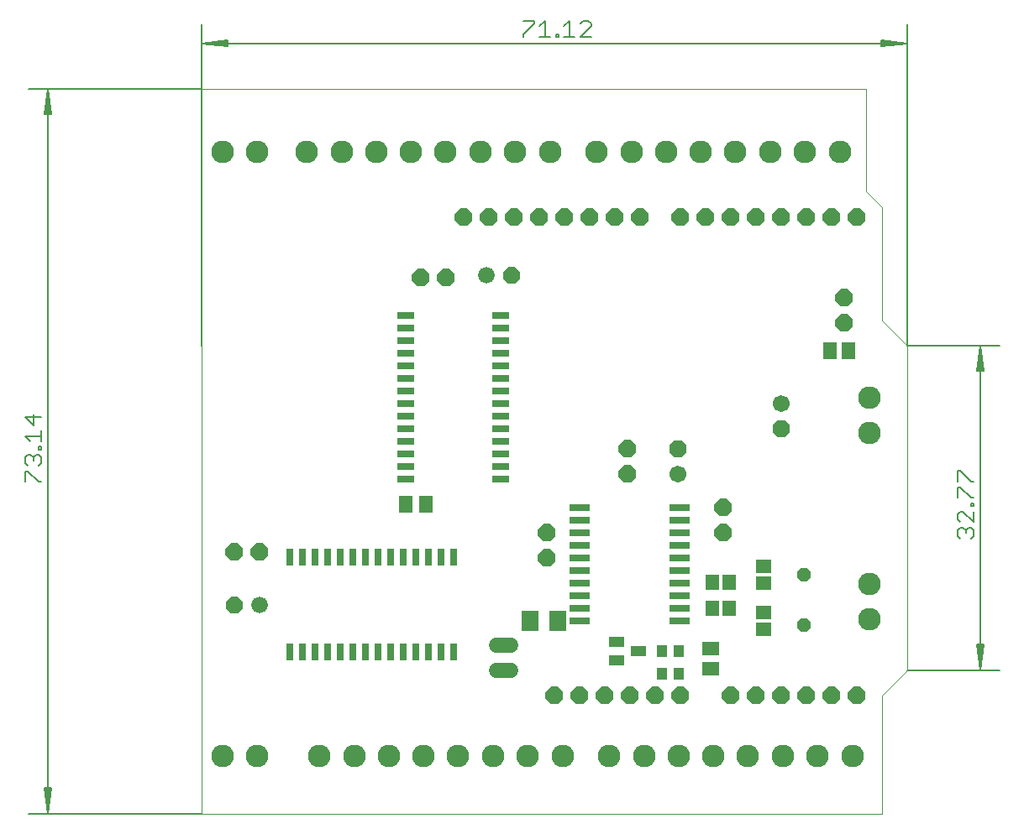
<source format=gts>
G75*
G70*
%OFA0B0*%
%FSLAX24Y24*%
%IPPOS*%
%LPD*%
%AMOC8*
5,1,8,0,0,1.08239X$1,22.5*
%
%ADD10C,0.0000*%
%ADD11C,0.0051*%
%ADD12C,0.0060*%
%ADD13R,0.0840X0.0300*%
%ADD14C,0.0900*%
%ADD15OC8,0.0700*%
%ADD16OC8,0.0670*%
%ADD17C,0.0670*%
%ADD18R,0.0631X0.0552*%
%ADD19R,0.0552X0.0631*%
%ADD20OC8,0.0560*%
%ADD21R,0.0709X0.0296*%
%ADD22R,0.0296X0.0709*%
%ADD23OC8,0.0660*%
%ADD24C,0.0660*%
%ADD25R,0.0552X0.0670*%
%ADD26R,0.0670X0.0827*%
%ADD27R,0.0434X0.0473*%
%ADD28R,0.0670X0.0552*%
%ADD29R,0.0591X0.0434*%
%ADD30C,0.0600*%
D10*
X007360Y000754D02*
X007360Y029550D01*
X033730Y029550D01*
X033730Y025484D01*
X034360Y024854D01*
X034360Y020354D01*
X035360Y019354D01*
X035360Y006454D01*
X034360Y005454D01*
X034360Y000754D01*
X007360Y000754D01*
D11*
X000492Y000754D01*
X001260Y000754D02*
X001362Y001778D01*
X001385Y001778D02*
X001260Y000754D01*
X001157Y001778D01*
X001134Y001778D02*
X001385Y001778D01*
X001311Y001778D02*
X001260Y000754D01*
X001208Y001778D01*
X001134Y001778D02*
X001260Y000754D01*
X001260Y029550D01*
X001362Y028527D01*
X001385Y028527D02*
X001260Y029550D01*
X001157Y028527D01*
X001134Y028527D02*
X001385Y028527D01*
X001311Y028527D02*
X001260Y029550D01*
X001208Y028527D01*
X001134Y028527D02*
X001260Y029550D01*
X000492Y029550D02*
X007360Y029550D01*
X007360Y031354D02*
X008383Y031252D01*
X008383Y031228D02*
X007360Y031354D01*
X008383Y031456D01*
X008383Y031480D02*
X008383Y031228D01*
X008383Y031303D02*
X007360Y031354D01*
X008383Y031405D01*
X008383Y031480D02*
X007360Y031354D01*
X035360Y031354D01*
X034336Y031252D01*
X034336Y031228D02*
X035360Y031354D01*
X034336Y031456D01*
X034336Y031480D02*
X034336Y031228D01*
X034336Y031303D02*
X035360Y031354D01*
X034336Y031405D01*
X034336Y031480D02*
X035360Y031354D01*
X035360Y032122D02*
X035360Y019354D01*
X039027Y019354D01*
X038260Y019354D02*
X038362Y018330D01*
X038385Y018330D02*
X038134Y018330D01*
X038260Y019354D01*
X038157Y018330D01*
X038208Y018330D02*
X038260Y019354D01*
X038311Y018330D01*
X038385Y018330D02*
X038260Y019354D01*
X038260Y006454D01*
X038362Y007478D01*
X038385Y007478D02*
X038134Y007478D01*
X038260Y006454D01*
X038157Y007478D01*
X038208Y007478D02*
X038260Y006454D01*
X038311Y007478D01*
X038385Y007478D02*
X038260Y006454D01*
X039027Y006454D02*
X035360Y006454D01*
X007360Y019354D02*
X007360Y032122D01*
D12*
X020137Y032251D02*
X020564Y032251D01*
X020564Y032144D01*
X020137Y031717D01*
X020137Y031610D01*
X020781Y031610D02*
X021208Y031610D01*
X020995Y031610D02*
X020995Y032251D01*
X020781Y032037D01*
X021426Y031717D02*
X021533Y031717D01*
X021533Y031610D01*
X021426Y031610D01*
X021426Y031717D01*
X021748Y031610D02*
X022175Y031610D01*
X021962Y031610D02*
X021962Y032251D01*
X021748Y032037D01*
X022393Y032144D02*
X022499Y032251D01*
X022713Y032251D01*
X022820Y032144D01*
X022820Y032037D01*
X022393Y031610D01*
X022820Y031610D01*
X037363Y014364D02*
X037470Y014364D01*
X037897Y013937D01*
X038003Y013937D01*
X037470Y013720D02*
X037897Y013293D01*
X038003Y013293D01*
X038003Y013077D02*
X038003Y012970D01*
X037897Y012970D01*
X037897Y013077D01*
X038003Y013077D01*
X038003Y012753D02*
X038003Y012326D01*
X037576Y012753D01*
X037470Y012753D01*
X037363Y012646D01*
X037363Y012433D01*
X037470Y012326D01*
X037470Y012108D02*
X037576Y012108D01*
X037683Y012002D01*
X037790Y012108D01*
X037897Y012108D01*
X038003Y012002D01*
X038003Y011788D01*
X037897Y011681D01*
X037683Y011895D02*
X037683Y012002D01*
X037470Y012108D02*
X037363Y012002D01*
X037363Y011788D01*
X037470Y011681D01*
X037363Y013293D02*
X037363Y013720D01*
X037470Y013720D01*
X037363Y013937D02*
X037363Y014364D01*
X001003Y014681D02*
X000897Y014574D01*
X001003Y014681D02*
X001003Y014894D01*
X000897Y015001D01*
X000790Y015001D01*
X000683Y014894D01*
X000683Y014787D01*
X000683Y014894D02*
X000576Y015001D01*
X000470Y015001D01*
X000363Y014894D01*
X000363Y014681D01*
X000470Y014574D01*
X000470Y014356D02*
X000897Y013929D01*
X001003Y013929D01*
X000363Y013929D02*
X000363Y014356D01*
X000470Y014356D01*
X000897Y015218D02*
X000897Y015325D01*
X001003Y015325D01*
X001003Y015218D01*
X000897Y015218D01*
X001003Y015541D02*
X001003Y015968D01*
X001003Y015754D02*
X000363Y015754D01*
X000576Y015541D01*
X000683Y016185D02*
X000683Y016612D01*
X000363Y016506D02*
X000683Y016185D01*
X001003Y016506D02*
X000363Y016506D01*
D13*
X022380Y012904D03*
X022380Y012404D03*
X022380Y011904D03*
X022380Y011404D03*
X022380Y010904D03*
X022380Y010404D03*
X022380Y009904D03*
X022380Y009404D03*
X022380Y008904D03*
X022380Y008404D03*
X026340Y008404D03*
X026340Y008904D03*
X026340Y009404D03*
X026340Y009904D03*
X026340Y010404D03*
X026340Y010904D03*
X026340Y011404D03*
X026340Y011904D03*
X026340Y012404D03*
X026340Y012904D03*
D14*
X033860Y015885D03*
X033860Y017263D03*
X033860Y009863D03*
X033860Y008485D03*
X033182Y003054D03*
X031804Y003054D03*
X030426Y003054D03*
X029048Y003054D03*
X027671Y003054D03*
X026293Y003054D03*
X024915Y003054D03*
X023537Y003054D03*
X021682Y003054D03*
X020304Y003054D03*
X018926Y003054D03*
X017548Y003054D03*
X016171Y003054D03*
X014793Y003054D03*
X013415Y003054D03*
X012037Y003054D03*
X009568Y003054D03*
X008190Y003054D03*
X008190Y027054D03*
X009568Y027054D03*
X011537Y027054D03*
X012915Y027054D03*
X014293Y027054D03*
X015671Y027054D03*
X017048Y027054D03*
X018426Y027054D03*
X019804Y027054D03*
X021182Y027054D03*
X023037Y027054D03*
X024415Y027054D03*
X025793Y027054D03*
X027171Y027054D03*
X028548Y027054D03*
X029926Y027054D03*
X031304Y027054D03*
X032682Y027054D03*
D15*
X032360Y024454D03*
X031360Y024454D03*
X030360Y024454D03*
X029360Y024454D03*
X028360Y024454D03*
X027360Y024454D03*
X026360Y024454D03*
X024760Y024454D03*
X023760Y024454D03*
X022760Y024454D03*
X021760Y024454D03*
X020760Y024454D03*
X019760Y024454D03*
X018760Y024454D03*
X017760Y024454D03*
X017060Y022054D03*
X016060Y022054D03*
X024260Y015254D03*
X024260Y014254D03*
X021060Y011904D03*
X021060Y010904D03*
X021360Y005454D03*
X022360Y005454D03*
X023360Y005454D03*
X024360Y005454D03*
X025360Y005454D03*
X026360Y005454D03*
X028360Y005454D03*
X029360Y005454D03*
X030360Y005454D03*
X031360Y005454D03*
X032360Y005454D03*
X033360Y005454D03*
X028060Y011904D03*
X028060Y012904D03*
X032860Y020254D03*
X032860Y021254D03*
X033360Y024454D03*
X009660Y011154D03*
X008660Y011154D03*
D16*
X026260Y015254D03*
X030360Y016054D03*
D17*
X030360Y017054D03*
X026260Y014254D03*
D18*
X029660Y010589D03*
X029660Y009919D03*
X029660Y008739D03*
X029660Y008069D03*
D19*
X028294Y008904D03*
X027625Y008904D03*
X027625Y009954D03*
X028294Y009954D03*
D20*
X031260Y010254D03*
X031260Y008254D03*
D21*
X019241Y014054D03*
X019241Y014554D03*
X019241Y015054D03*
X019241Y015554D03*
X019241Y016054D03*
X019241Y016554D03*
X019241Y017054D03*
X019241Y017554D03*
X019241Y018054D03*
X019241Y018554D03*
X019241Y019054D03*
X019241Y019554D03*
X019241Y020054D03*
X019241Y020554D03*
X015478Y020554D03*
X015478Y020054D03*
X015478Y019554D03*
X015478Y019054D03*
X015478Y018554D03*
X015478Y018054D03*
X015478Y017554D03*
X015478Y017054D03*
X015478Y016554D03*
X015478Y016054D03*
X015478Y015554D03*
X015478Y015054D03*
X015478Y014554D03*
X015478Y014054D03*
D22*
X015360Y010936D03*
X015860Y010936D03*
X016360Y010936D03*
X016860Y010936D03*
X017360Y010936D03*
X014860Y010936D03*
X014360Y010936D03*
X013860Y010936D03*
X013360Y010936D03*
X012860Y010936D03*
X012360Y010936D03*
X011860Y010936D03*
X011360Y010936D03*
X010860Y010936D03*
X010860Y007172D03*
X011360Y007172D03*
X011860Y007172D03*
X012360Y007172D03*
X012860Y007172D03*
X013360Y007172D03*
X013860Y007172D03*
X014360Y007172D03*
X014860Y007172D03*
X015360Y007172D03*
X015860Y007172D03*
X016360Y007172D03*
X016860Y007172D03*
X017360Y007172D03*
D23*
X008660Y009054D03*
X019660Y022154D03*
D24*
X018660Y022154D03*
X009660Y009054D03*
D25*
X015466Y013054D03*
X016253Y013054D03*
X032285Y019154D03*
X033034Y019154D03*
D26*
X021511Y008404D03*
X020408Y008404D03*
D27*
X025625Y007204D03*
X026294Y007204D03*
X026294Y006304D03*
X025625Y006304D03*
D28*
X027560Y006510D03*
X027560Y007298D03*
D29*
X024693Y007204D03*
X023826Y006830D03*
X023826Y007578D03*
D30*
X019640Y007454D02*
X019080Y007454D01*
X019080Y006454D02*
X019640Y006454D01*
M02*

</source>
